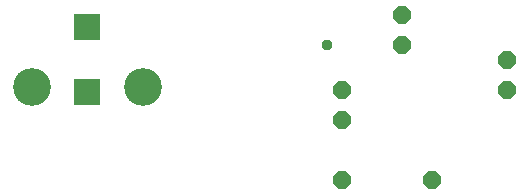
<source format=gbs>
G75*
%MOIN*%
%OFA0B0*%
%FSLAX25Y25*%
%IPPOS*%
%LPD*%
%AMOC8*
5,1,8,0,0,1.08239X$1,22.5*
%
%ADD10OC8,0.06000*%
%ADD11R,0.09068X0.09068*%
%ADD12C,0.12611*%
%ADD13C,0.03778*%
D10*
X0136000Y0016000D03*
X0166000Y0016000D03*
X0136000Y0036000D03*
X0136000Y0046000D03*
X0156000Y0061000D03*
X0156000Y0071000D03*
X0191000Y0056000D03*
X0191000Y0046000D03*
D11*
X0051000Y0045173D03*
X0051000Y0066827D03*
D12*
X0032496Y0046984D03*
X0069504Y0046984D03*
D13*
X0131000Y0061000D03*
M02*

</source>
